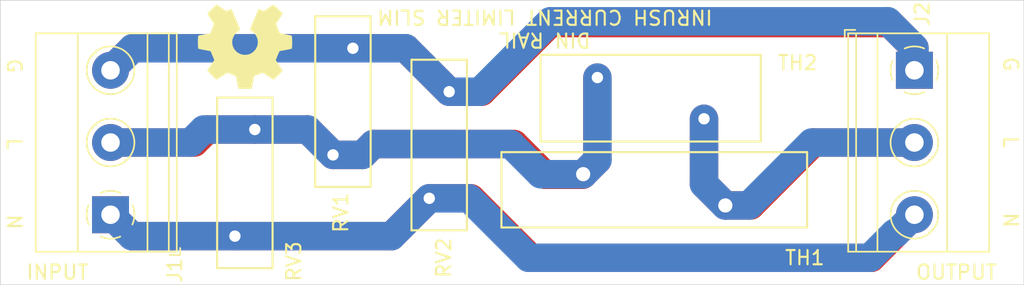
<source format=kicad_pcb>
(kicad_pcb (version 20171130) (host pcbnew 5.1.5+dfsg1-2build2)

  (general
    (thickness 1.6)
    (drawings 9)
    (tracks 71)
    (zones 0)
    (modules 8)
    (nets 5)
  )

  (page A4)
  (title_block
    (title "INRUSH CURRENT LIMITER")
    (company GALOPAGO)
  )

  (layers
    (0 F.Cu signal)
    (31 B.Cu signal)
    (32 B.Adhes user)
    (33 F.Adhes user)
    (34 B.Paste user)
    (35 F.Paste user)
    (36 B.SilkS user)
    (37 F.SilkS user)
    (38 B.Mask user)
    (39 F.Mask user)
    (40 Dwgs.User user)
    (41 Cmts.User user)
    (42 Eco1.User user)
    (43 Eco2.User user)
    (44 Edge.Cuts user)
    (45 Margin user)
    (46 B.CrtYd user)
    (47 F.CrtYd user)
    (48 B.Fab user)
    (49 F.Fab user)
  )

  (setup
    (last_trace_width 2)
    (trace_clearance 0.2)
    (zone_clearance 0.508)
    (zone_45_only no)
    (trace_min 0.2)
    (via_size 0.8)
    (via_drill 0.4)
    (via_min_size 0.4)
    (via_min_drill 0.3)
    (uvia_size 0.3)
    (uvia_drill 0.1)
    (uvias_allowed no)
    (uvia_min_size 0.2)
    (uvia_min_drill 0.1)
    (edge_width 0.05)
    (segment_width 0.2)
    (pcb_text_width 0.3)
    (pcb_text_size 1.5 1.5)
    (mod_edge_width 0.12)
    (mod_text_size 1 1)
    (mod_text_width 0.15)
    (pad_size 1.524 1.524)
    (pad_drill 0.762)
    (pad_to_mask_clearance 0.051)
    (solder_mask_min_width 0.25)
    (aux_axis_origin 0 0)
    (visible_elements FFFFFF7F)
    (pcbplotparams
      (layerselection 0x0103c_ffffffff)
      (usegerberextensions false)
      (usegerberattributes false)
      (usegerberadvancedattributes false)
      (creategerberjobfile false)
      (excludeedgelayer true)
      (linewidth 0.100000)
      (plotframeref false)
      (viasonmask false)
      (mode 1)
      (useauxorigin false)
      (hpglpennumber 1)
      (hpglpenspeed 20)
      (hpglpendiameter 15.000000)
      (psnegative false)
      (psa4output false)
      (plotreference true)
      (plotvalue true)
      (plotinvisibletext false)
      (padsonsilk false)
      (subtractmaskfromsilk false)
      (outputformat 1)
      (mirror false)
      (drillshape 0)
      (scaleselection 1)
      (outputdirectory "gerber/single/"))
  )

  (net 0 "")
  (net 1 "Net-(J1-Pad3)")
  (net 2 "Net-(J1-Pad2)")
  (net 3 "Net-(J1-Pad1)")
  (net 4 "Net-(J2-Pad2)")

  (net_class Default "This is the default net class."
    (clearance 0.2)
    (trace_width 2)
    (via_dia 0.8)
    (via_drill 0.4)
    (uvia_dia 0.3)
    (uvia_drill 0.1)
    (add_net "Net-(J1-Pad1)")
    (add_net "Net-(J1-Pad2)")
    (add_net "Net-(J1-Pad3)")
    (add_net "Net-(J2-Pad2)")
  )

  (module Symbol:OSHW-Symbol_6.7x6mm_SilkScreen (layer F.Cu) (tedit 0) (tstamp 61384B26)
    (at 117.221 103.251 180)
    (descr "Open Source Hardware Symbol")
    (tags "Logo Symbol OSHW")
    (attr virtual)
    (fp_text reference REF** (at 0 0) (layer F.SilkS) hide
      (effects (font (size 1 1) (thickness 0.15)))
    )
    (fp_text value OSHW-Symbol_6.7x6mm_SilkScreen (at 0.75 0) (layer F.Fab) hide
      (effects (font (size 1 1) (thickness 0.15)))
    )
    (fp_poly (pts (xy 0.555814 -2.531069) (xy 0.639635 -2.086445) (xy 0.94892 -1.958947) (xy 1.258206 -1.831449)
      (xy 1.629246 -2.083754) (xy 1.733157 -2.154004) (xy 1.827087 -2.216728) (xy 1.906652 -2.269062)
      (xy 1.96747 -2.308143) (xy 2.005157 -2.331107) (xy 2.015421 -2.336058) (xy 2.03391 -2.323324)
      (xy 2.07342 -2.288118) (xy 2.129522 -2.234938) (xy 2.197787 -2.168282) (xy 2.273786 -2.092646)
      (xy 2.353092 -2.012528) (xy 2.431275 -1.932426) (xy 2.503907 -1.856836) (xy 2.566559 -1.790255)
      (xy 2.614803 -1.737182) (xy 2.64421 -1.702113) (xy 2.651241 -1.690377) (xy 2.641123 -1.66874)
      (xy 2.612759 -1.621338) (xy 2.569129 -1.552807) (xy 2.513218 -1.467785) (xy 2.448006 -1.370907)
      (xy 2.410219 -1.31565) (xy 2.341343 -1.214752) (xy 2.28014 -1.123701) (xy 2.229578 -1.04703)
      (xy 2.192628 -0.989272) (xy 2.172258 -0.954957) (xy 2.169197 -0.947746) (xy 2.176136 -0.927252)
      (xy 2.195051 -0.879487) (xy 2.223087 -0.811168) (xy 2.257391 -0.729011) (xy 2.295109 -0.63973)
      (xy 2.333387 -0.550042) (xy 2.36937 -0.466662) (xy 2.400206 -0.396306) (xy 2.423039 -0.34569)
      (xy 2.435017 -0.321529) (xy 2.435724 -0.320578) (xy 2.454531 -0.315964) (xy 2.504618 -0.305672)
      (xy 2.580793 -0.290713) (xy 2.677865 -0.272099) (xy 2.790643 -0.250841) (xy 2.856442 -0.238582)
      (xy 2.97695 -0.215638) (xy 3.085797 -0.193805) (xy 3.177476 -0.174278) (xy 3.246481 -0.158252)
      (xy 3.287304 -0.146921) (xy 3.295511 -0.143326) (xy 3.303548 -0.118994) (xy 3.310033 -0.064041)
      (xy 3.31497 0.015108) (xy 3.318364 0.112026) (xy 3.320218 0.220287) (xy 3.320538 0.333465)
      (xy 3.319327 0.445135) (xy 3.31659 0.548868) (xy 3.312331 0.638241) (xy 3.306555 0.706826)
      (xy 3.299267 0.748197) (xy 3.294895 0.75681) (xy 3.268764 0.767133) (xy 3.213393 0.781892)
      (xy 3.136107 0.799352) (xy 3.04423 0.81778) (xy 3.012158 0.823741) (xy 2.857524 0.852066)
      (xy 2.735375 0.874876) (xy 2.641673 0.89308) (xy 2.572384 0.907583) (xy 2.523471 0.919292)
      (xy 2.490897 0.929115) (xy 2.470628 0.937956) (xy 2.458626 0.946724) (xy 2.456947 0.948457)
      (xy 2.440184 0.976371) (xy 2.414614 1.030695) (xy 2.382788 1.104777) (xy 2.34726 1.191965)
      (xy 2.310583 1.285608) (xy 2.275311 1.379052) (xy 2.243996 1.465647) (xy 2.219193 1.53874)
      (xy 2.203454 1.591678) (xy 2.199332 1.617811) (xy 2.199676 1.618726) (xy 2.213641 1.640086)
      (xy 2.245322 1.687084) (xy 2.291391 1.754827) (xy 2.348518 1.838423) (xy 2.413373 1.932982)
      (xy 2.431843 1.959854) (xy 2.497699 2.057275) (xy 2.55565 2.146163) (xy 2.602538 2.221412)
      (xy 2.635207 2.27792) (xy 2.6505 2.310581) (xy 2.651241 2.314593) (xy 2.638392 2.335684)
      (xy 2.602888 2.377464) (xy 2.549293 2.435445) (xy 2.482171 2.505135) (xy 2.406087 2.582045)
      (xy 2.325604 2.661683) (xy 2.245287 2.739561) (xy 2.169699 2.811186) (xy 2.103405 2.87207)
      (xy 2.050969 2.917721) (xy 2.016955 2.94365) (xy 2.007545 2.947883) (xy 1.985643 2.937912)
      (xy 1.9408 2.91102) (xy 1.880321 2.871736) (xy 1.833789 2.840117) (xy 1.749475 2.782098)
      (xy 1.649626 2.713784) (xy 1.549473 2.645579) (xy 1.495627 2.609075) (xy 1.313371 2.4858)
      (xy 1.160381 2.56852) (xy 1.090682 2.604759) (xy 1.031414 2.632926) (xy 0.991311 2.648991)
      (xy 0.981103 2.651226) (xy 0.968829 2.634722) (xy 0.944613 2.588082) (xy 0.910263 2.515609)
      (xy 0.867588 2.421606) (xy 0.818394 2.310374) (xy 0.76449 2.186215) (xy 0.707684 2.053432)
      (xy 0.649782 1.916327) (xy 0.592593 1.779202) (xy 0.537924 1.646358) (xy 0.487584 1.522098)
      (xy 0.44338 1.410725) (xy 0.407119 1.316539) (xy 0.380609 1.243844) (xy 0.365658 1.196941)
      (xy 0.363254 1.180833) (xy 0.382311 1.160286) (xy 0.424036 1.126933) (xy 0.479706 1.087702)
      (xy 0.484378 1.084599) (xy 0.628264 0.969423) (xy 0.744283 0.835053) (xy 0.83143 0.685784)
      (xy 0.888699 0.525913) (xy 0.915086 0.359737) (xy 0.909585 0.191552) (xy 0.87119 0.025655)
      (xy 0.798895 -0.133658) (xy 0.777626 -0.168513) (xy 0.666996 -0.309263) (xy 0.536302 -0.422286)
      (xy 0.390064 -0.506997) (xy 0.232808 -0.562806) (xy 0.069057 -0.589126) (xy -0.096667 -0.58537)
      (xy -0.259838 -0.55095) (xy -0.415935 -0.485277) (xy -0.560433 -0.387765) (xy -0.605131 -0.348187)
      (xy -0.718888 -0.224297) (xy -0.801782 -0.093876) (xy -0.858644 0.052315) (xy -0.890313 0.197088)
      (xy -0.898131 0.35986) (xy -0.872062 0.52344) (xy -0.814755 0.682298) (xy -0.728856 0.830906)
      (xy -0.617014 0.963735) (xy -0.481877 1.075256) (xy -0.464117 1.087011) (xy -0.40785 1.125508)
      (xy -0.365077 1.158863) (xy -0.344628 1.18016) (xy -0.344331 1.180833) (xy -0.348721 1.203871)
      (xy -0.366124 1.256157) (xy -0.394732 1.33339) (xy -0.432735 1.431268) (xy -0.478326 1.545491)
      (xy -0.529697 1.671758) (xy -0.585038 1.805767) (xy -0.642542 1.943218) (xy -0.700399 2.079808)
      (xy -0.756802 2.211237) (xy -0.809942 2.333205) (xy -0.85801 2.441409) (xy -0.899199 2.531549)
      (xy -0.931699 2.599323) (xy -0.953703 2.64043) (xy -0.962564 2.651226) (xy -0.98964 2.642819)
      (xy -1.040303 2.620272) (xy -1.105817 2.587613) (xy -1.141841 2.56852) (xy -1.294832 2.4858)
      (xy -1.477088 2.609075) (xy -1.570125 2.672228) (xy -1.671985 2.741727) (xy -1.767438 2.807165)
      (xy -1.81525 2.840117) (xy -1.882495 2.885273) (xy -1.939436 2.921057) (xy -1.978646 2.942938)
      (xy -1.991381 2.947563) (xy -2.009917 2.935085) (xy -2.050941 2.900252) (xy -2.110475 2.846678)
      (xy -2.184542 2.777983) (xy -2.269165 2.697781) (xy -2.322685 2.646286) (xy -2.416319 2.554286)
      (xy -2.497241 2.471999) (xy -2.562177 2.402945) (xy -2.607858 2.350644) (xy -2.631011 2.318616)
      (xy -2.633232 2.312116) (xy -2.622924 2.287394) (xy -2.594439 2.237405) (xy -2.550937 2.167212)
      (xy -2.495577 2.081875) (xy -2.43152 1.986456) (xy -2.413303 1.959854) (xy -2.346927 1.863167)
      (xy -2.287378 1.776117) (xy -2.237984 1.703595) (xy -2.202075 1.650493) (xy -2.182981 1.621703)
      (xy -2.181136 1.618726) (xy -2.183895 1.595782) (xy -2.198538 1.545336) (xy -2.222513 1.474041)
      (xy -2.253266 1.388547) (xy -2.288244 1.295507) (xy -2.324893 1.201574) (xy -2.360661 1.113399)
      (xy -2.392994 1.037634) (xy -2.419338 0.980931) (xy -2.437142 0.949943) (xy -2.438407 0.948457)
      (xy -2.449294 0.939601) (xy -2.467682 0.930843) (xy -2.497606 0.921277) (xy -2.543103 0.909996)
      (xy -2.608209 0.896093) (xy -2.696961 0.878663) (xy -2.813393 0.856798) (xy -2.961542 0.829591)
      (xy -2.993618 0.823741) (xy -3.088686 0.805374) (xy -3.171565 0.787405) (xy -3.23493 0.771569)
      (xy -3.271458 0.7596) (xy -3.276356 0.75681) (xy -3.284427 0.732072) (xy -3.290987 0.67679)
      (xy -3.296033 0.597389) (xy -3.299559 0.500296) (xy -3.301561 0.391938) (xy -3.302036 0.27874)
      (xy -3.300977 0.167128) (xy -3.298382 0.063529) (xy -3.294246 -0.025632) (xy -3.288563 -0.093928)
      (xy -3.281331 -0.134934) (xy -3.276971 -0.143326) (xy -3.252698 -0.151792) (xy -3.197426 -0.165565)
      (xy -3.116662 -0.18345) (xy -3.015912 -0.204252) (xy -2.900683 -0.226777) (xy -2.837902 -0.238582)
      (xy -2.718787 -0.260849) (xy -2.612565 -0.281021) (xy -2.524427 -0.298085) (xy -2.459566 -0.311031)
      (xy -2.423174 -0.318845) (xy -2.417184 -0.320578) (xy -2.407061 -0.34011) (xy -2.385662 -0.387157)
      (xy -2.355839 -0.454997) (xy -2.320445 -0.536909) (xy -2.282332 -0.626172) (xy -2.244353 -0.716065)
      (xy -2.20936 -0.799865) (xy -2.180206 -0.870853) (xy -2.159743 -0.922306) (xy -2.150823 -0.947503)
      (xy -2.150657 -0.948604) (xy -2.160769 -0.968481) (xy -2.189117 -1.014223) (xy -2.232723 -1.081283)
      (xy -2.288606 -1.165116) (xy -2.353787 -1.261174) (xy -2.391679 -1.31635) (xy -2.460725 -1.417519)
      (xy -2.52205 -1.50937) (xy -2.572663 -1.587256) (xy -2.609571 -1.646531) (xy -2.629782 -1.682549)
      (xy -2.632701 -1.690623) (xy -2.620153 -1.709416) (xy -2.585463 -1.749543) (xy -2.533063 -1.806507)
      (xy -2.467384 -1.875815) (xy -2.392856 -1.952969) (xy -2.313913 -2.033475) (xy -2.234983 -2.112837)
      (xy -2.1605 -2.18656) (xy -2.094894 -2.250148) (xy -2.042596 -2.299106) (xy -2.008039 -2.328939)
      (xy -1.996478 -2.336058) (xy -1.977654 -2.326047) (xy -1.932631 -2.297922) (xy -1.865787 -2.254546)
      (xy -1.781499 -2.198782) (xy -1.684144 -2.133494) (xy -1.610707 -2.083754) (xy -1.239667 -1.831449)
      (xy -0.621095 -2.086445) (xy -0.537275 -2.531069) (xy -0.453454 -2.975693) (xy 0.471994 -2.975693)
      (xy 0.555814 -2.531069)) (layer F.SilkS) (width 0.01))
  )

  (module Varistor:RV_Disc_D12mm_W3.9mm_P7.5mm (layer F.Cu) (tedit 5A0F68DF) (tstamp 6115F64C)
    (at 131.572 106.426 270)
    (descr "Varistor, diameter 12mm, width 3.9mm, pitch 7.5mm")
    (tags "varistor SIOV")
    (path /611785BF)
    (fp_text reference RV2 (at 11.684 0.381 90) (layer F.SilkS)
      (effects (font (size 1 1) (thickness 0.15)))
    )
    (fp_text value 10D241K (at 3.75 -2.25 90) (layer F.Fab)
      (effects (font (size 1 1) (thickness 0.15)))
    )
    (fp_line (start -2.25 -1.25) (end -2.25 2.65) (layer F.Fab) (width 0.1))
    (fp_line (start 9.75 -1.25) (end 9.75 2.65) (layer F.Fab) (width 0.1))
    (fp_line (start -2.25 -1.25) (end 9.75 -1.25) (layer F.Fab) (width 0.1))
    (fp_line (start -2.25 2.65) (end 9.75 2.65) (layer F.Fab) (width 0.1))
    (fp_line (start -2.25 -1.25) (end -2.25 2.65) (layer F.SilkS) (width 0.15))
    (fp_line (start 9.75 -1.25) (end 9.75 2.65) (layer F.SilkS) (width 0.15))
    (fp_line (start -2.25 -1.25) (end 9.75 -1.25) (layer F.SilkS) (width 0.15))
    (fp_line (start -2.25 2.65) (end 9.75 2.65) (layer F.SilkS) (width 0.15))
    (fp_line (start -2.5 -1.5) (end -2.5 2.9) (layer F.CrtYd) (width 0.05))
    (fp_line (start 10 -1.5) (end 10 2.9) (layer F.CrtYd) (width 0.05))
    (fp_line (start -2.5 -1.5) (end 10 -1.5) (layer F.CrtYd) (width 0.05))
    (fp_line (start -2.5 2.9) (end 10 2.9) (layer F.CrtYd) (width 0.05))
    (fp_text user %R (at 3.75 0.7 90) (layer F.Fab)
      (effects (font (size 1 1) (thickness 0.15)))
    )
    (pad 2 thru_hole circle (at 7.5 1.4 270) (size 1.8 1.8) (drill 0.8) (layers *.Cu *.Mask)
      (net 3 "Net-(J1-Pad1)"))
    (pad 1 thru_hole circle (at 0 0 270) (size 1.8 1.8) (drill 0.8) (layers *.Cu *.Mask)
      (net 1 "Net-(J1-Pad3)"))
    (model ${KISYS3DMOD}/Varistor.3dshapes/RV_Disc_D12mm_W3.9mm_P7.5mm.wrl
      (at (xyz 0 0 0))
      (scale (xyz 1 1 1))
      (rotate (xyz 0 0 0))
    )
  )

  (module Varistor:RV_Disc_D12mm_W3.9mm_P7.5mm (layer F.Cu) (tedit 5A0F68DF) (tstamp 6115F267)
    (at 123.4 110.871 90)
    (descr "Varistor, diameter 12mm, width 3.9mm, pitch 7.5mm")
    (tags "varistor SIOV")
    (path /61175481)
    (fp_text reference RV1 (at -4.064 0.552 90) (layer F.SilkS)
      (effects (font (size 1 1) (thickness 0.15)))
    )
    (fp_text value 10D241K (at 3.75 -2.25 90) (layer F.Fab)
      (effects (font (size 1 1) (thickness 0.15)))
    )
    (fp_line (start -2.25 -1.25) (end -2.25 2.65) (layer F.Fab) (width 0.1))
    (fp_line (start 9.75 -1.25) (end 9.75 2.65) (layer F.Fab) (width 0.1))
    (fp_line (start -2.25 -1.25) (end 9.75 -1.25) (layer F.Fab) (width 0.1))
    (fp_line (start -2.25 2.65) (end 9.75 2.65) (layer F.Fab) (width 0.1))
    (fp_line (start -2.25 -1.25) (end -2.25 2.65) (layer F.SilkS) (width 0.15))
    (fp_line (start 9.75 -1.25) (end 9.75 2.65) (layer F.SilkS) (width 0.15))
    (fp_line (start -2.25 -1.25) (end 9.75 -1.25) (layer F.SilkS) (width 0.15))
    (fp_line (start -2.25 2.65) (end 9.75 2.65) (layer F.SilkS) (width 0.15))
    (fp_line (start -2.5 -1.5) (end -2.5 2.9) (layer F.CrtYd) (width 0.05))
    (fp_line (start 10 -1.5) (end 10 2.9) (layer F.CrtYd) (width 0.05))
    (fp_line (start -2.5 -1.5) (end 10 -1.5) (layer F.CrtYd) (width 0.05))
    (fp_line (start -2.5 2.9) (end 10 2.9) (layer F.CrtYd) (width 0.05))
    (fp_text user %R (at 3.75 0.7 90) (layer F.Fab)
      (effects (font (size 1 1) (thickness 0.15)))
    )
    (pad 2 thru_hole circle (at 7.5 1.4 90) (size 1.8 1.8) (drill 0.8) (layers *.Cu *.Mask)
      (net 1 "Net-(J1-Pad3)"))
    (pad 1 thru_hole circle (at 0 0 90) (size 1.8 1.8) (drill 0.8) (layers *.Cu *.Mask)
      (net 2 "Net-(J1-Pad2)"))
    (model ${KISYS3DMOD}/Varistor.3dshapes/RV_Disc_D12mm_W3.9mm_P7.5mm.wrl
      (at (xyz 0 0 0))
      (scale (xyz 1 1 1))
      (rotate (xyz 0 0 0))
    )
  )

  (module Varistor:RV_Disc_D12mm_W3.9mm_P7.5mm (layer F.Cu) (tedit 5A0F68DF) (tstamp 6115EC6A)
    (at 116.5 116.586 90)
    (descr "Varistor, diameter 12mm, width 3.9mm, pitch 7.5mm")
    (tags "varistor SIOV")
    (path /61160E43)
    (fp_text reference RV3 (at -1.778 4.15 90) (layer F.SilkS)
      (effects (font (size 1 1) (thickness 0.15)))
    )
    (fp_text value 10D241K (at 3.75 -2.25 90) (layer F.Fab)
      (effects (font (size 1 1) (thickness 0.15)))
    )
    (fp_line (start -2.25 -1.25) (end -2.25 2.65) (layer F.Fab) (width 0.1))
    (fp_line (start 9.75 -1.25) (end 9.75 2.65) (layer F.Fab) (width 0.1))
    (fp_line (start -2.25 -1.25) (end 9.75 -1.25) (layer F.Fab) (width 0.1))
    (fp_line (start -2.25 2.65) (end 9.75 2.65) (layer F.Fab) (width 0.1))
    (fp_line (start -2.25 -1.25) (end -2.25 2.65) (layer F.SilkS) (width 0.15))
    (fp_line (start 9.75 -1.25) (end 9.75 2.65) (layer F.SilkS) (width 0.15))
    (fp_line (start -2.25 -1.25) (end 9.75 -1.25) (layer F.SilkS) (width 0.15))
    (fp_line (start -2.25 2.65) (end 9.75 2.65) (layer F.SilkS) (width 0.15))
    (fp_line (start -2.5 -1.5) (end -2.5 2.9) (layer F.CrtYd) (width 0.05))
    (fp_line (start 10 -1.5) (end 10 2.9) (layer F.CrtYd) (width 0.05))
    (fp_line (start -2.5 -1.5) (end 10 -1.5) (layer F.CrtYd) (width 0.05))
    (fp_line (start -2.5 2.9) (end 10 2.9) (layer F.CrtYd) (width 0.05))
    (fp_text user %R (at 3.75 0.7 90) (layer F.Fab)
      (effects (font (size 1 1) (thickness 0.15)))
    )
    (pad 2 thru_hole circle (at 7.5 1.4 90) (size 1.8 1.8) (drill 0.8) (layers *.Cu *.Mask)
      (net 2 "Net-(J1-Pad2)"))
    (pad 1 thru_hole circle (at 0 0 90) (size 1.8 1.8) (drill 0.8) (layers *.Cu *.Mask)
      (net 3 "Net-(J1-Pad1)"))
    (model ${KISYS3DMOD}/Varistor.3dshapes/RV_Disc_D12mm_W3.9mm_P7.5mm.wrl
      (at (xyz 0 0 0))
      (scale (xyz 1 1 1))
      (rotate (xyz 0 0 0))
    )
  )

  (module Varistor:RV_Disc_D15.5mm_W6.1mm_P7.5mm (layer F.Cu) (tedit 5A0F68DF) (tstamp 6115EA43)
    (at 149.5 108.331 180)
    (descr "Varistor, diameter 15.5mm, width 6.1mm, pitch 7.5mm")
    (tags "varistor SIOV")
    (path /61167103)
    (fp_text reference TH2 (at -6.583 3.937) (layer F.SilkS)
      (effects (font (size 1 1) (thickness 0.15)))
    )
    (fp_text value "NTC 15D-15" (at 3.75 -2.6) (layer F.Fab)
      (effects (font (size 1 1) (thickness 0.15)))
    )
    (fp_line (start -4 -1.6) (end -4 4.5) (layer F.Fab) (width 0.1))
    (fp_line (start 11.5 -1.6) (end 11.5 4.5) (layer F.Fab) (width 0.1))
    (fp_line (start -4 -1.6) (end 11.5 -1.6) (layer F.Fab) (width 0.1))
    (fp_line (start -4 4.5) (end 11.5 4.5) (layer F.Fab) (width 0.1))
    (fp_line (start -4 -1.6) (end -4 4.5) (layer F.SilkS) (width 0.15))
    (fp_line (start 11.5 -1.6) (end 11.5 4.5) (layer F.SilkS) (width 0.15))
    (fp_line (start -4 -1.6) (end 11.5 -1.6) (layer F.SilkS) (width 0.15))
    (fp_line (start -4 4.5) (end 11.5 4.5) (layer F.SilkS) (width 0.15))
    (fp_line (start -4.25 -1.85) (end -4.25 4.75) (layer F.CrtYd) (width 0.05))
    (fp_line (start 11.75 -1.85) (end 11.75 4.75) (layer F.CrtYd) (width 0.05))
    (fp_line (start -4.25 -1.85) (end 11.75 -1.85) (layer F.CrtYd) (width 0.05))
    (fp_line (start -4.25 4.75) (end 11.75 4.75) (layer F.CrtYd) (width 0.05))
    (fp_text user %R (at 3.75 1.45) (layer F.Fab)
      (effects (font (size 1 1) (thickness 0.15)))
    )
    (pad 2 thru_hole circle (at 7.5 2.9 180) (size 1.8 1.8) (drill 0.8) (layers *.Cu *.Mask)
      (net 2 "Net-(J1-Pad2)"))
    (pad 1 thru_hole circle (at 0 0 180) (size 1.8 1.8) (drill 0.8) (layers *.Cu *.Mask)
      (net 4 "Net-(J2-Pad2)"))
    (model ${KISYS3DMOD}/Varistor.3dshapes/RV_Disc_D15.5mm_W6.1mm_P7.5mm.wrl
      (at (xyz 0 0 0))
      (scale (xyz 1 1 1))
      (rotate (xyz 0 0 0))
    )
  )

  (module Varistor:RV_Disc_D21.5mm_W5.3mm_P10mm (layer F.Cu) (tedit 5A0F68DF) (tstamp 6115E7DA)
    (at 151 114.427 180)
    (descr "Varistor, diameter 21.5mm, width 5.3mm, pitch 10mm")
    (tags "varistor SIOV")
    (path /61162B80)
    (fp_text reference TH1 (at -5.591 -3.683) (layer F.SilkS)
      (effects (font (size 1 1) (thickness 0.15)))
    )
    (fp_text value "NTC 20D-20" (at 5 -2.55) (layer F.Fab)
      (effects (font (size 1 1) (thickness 0.15)))
    )
    (fp_line (start -5.75 -1.55) (end -5.75 3.75) (layer F.Fab) (width 0.1))
    (fp_line (start 15.75 -1.55) (end 15.75 3.75) (layer F.Fab) (width 0.1))
    (fp_line (start -5.75 -1.55) (end 15.75 -1.55) (layer F.Fab) (width 0.1))
    (fp_line (start -5.75 3.75) (end 15.75 3.75) (layer F.Fab) (width 0.1))
    (fp_line (start -5.75 -1.55) (end -5.75 3.75) (layer F.SilkS) (width 0.15))
    (fp_line (start 15.75 -1.55) (end 15.75 3.75) (layer F.SilkS) (width 0.15))
    (fp_line (start -5.75 -1.55) (end 15.75 -1.55) (layer F.SilkS) (width 0.15))
    (fp_line (start -5.75 3.75) (end 15.75 3.75) (layer F.SilkS) (width 0.15))
    (fp_line (start -6 -1.8) (end -6 4) (layer F.CrtYd) (width 0.05))
    (fp_line (start 16 -1.8) (end 16 4) (layer F.CrtYd) (width 0.05))
    (fp_line (start -6 -1.8) (end 16 -1.8) (layer F.CrtYd) (width 0.05))
    (fp_line (start -6 4) (end 16 4) (layer F.CrtYd) (width 0.05))
    (fp_text user %R (at 5 1.1) (layer F.Fab)
      (effects (font (size 1 1) (thickness 0.15)))
    )
    (pad 2 thru_hole circle (at 10 2.2 180) (size 2 2) (drill 1) (layers *.Cu *.Mask)
      (net 2 "Net-(J1-Pad2)"))
    (pad 1 thru_hole circle (at 0 0 180) (size 2 2) (drill 1) (layers *.Cu *.Mask)
      (net 4 "Net-(J2-Pad2)"))
    (model ${KISYS3DMOD}/Varistor.3dshapes/RV_Disc_D21.5mm_W5.3mm_P10mm.wrl
      (at (xyz 0 0 0))
      (scale (xyz 1 1 1))
      (rotate (xyz 0 0 0))
    )
  )

  (module TerminalBlock_Phoenix:TerminalBlock_Phoenix_MKDS-1,5-3-5.08_1x03_P5.08mm_Horizontal (layer F.Cu) (tedit 5B294EBC) (tstamp 6115CC34)
    (at 164.3 104.92 270)
    (descr "Terminal Block Phoenix MKDS-1,5-3-5.08, 3 pins, pitch 5.08mm, size 15.2x9.8mm^2, drill diamater 1.3mm, pad diameter 2.6mm, see http://www.farnell.com/datasheets/100425.pdf, script-generated using https://github.com/pointhi/kicad-footprint-generator/scripts/TerminalBlock_Phoenix")
    (tags "THT Terminal Block Phoenix MKDS-1,5-3-5.08 pitch 5.08mm size 15.2x9.8mm^2 drill 1.3mm pad 2.6mm")
    (path /61157B27)
    (fp_text reference J2 (at -3.955 -0.546 90) (layer F.SilkS)
      (effects (font (size 1 1) (thickness 0.15)))
    )
    (fp_text value OUT (at 5.08 5.66 90) (layer F.Fab)
      (effects (font (size 1 1) (thickness 0.15)))
    )
    (fp_text user %R (at 5.08 3.2 90) (layer F.Fab)
      (effects (font (size 1 1) (thickness 0.15)))
    )
    (fp_line (start 13.21 -5.71) (end -3.04 -5.71) (layer F.CrtYd) (width 0.05))
    (fp_line (start 13.21 5.1) (end 13.21 -5.71) (layer F.CrtYd) (width 0.05))
    (fp_line (start -3.04 5.1) (end 13.21 5.1) (layer F.CrtYd) (width 0.05))
    (fp_line (start -3.04 -5.71) (end -3.04 5.1) (layer F.CrtYd) (width 0.05))
    (fp_line (start -2.84 4.9) (end -2.34 4.9) (layer F.SilkS) (width 0.12))
    (fp_line (start -2.84 4.16) (end -2.84 4.9) (layer F.SilkS) (width 0.12))
    (fp_line (start 8.933 1.023) (end 8.886 1.069) (layer F.SilkS) (width 0.12))
    (fp_line (start 11.23 -1.275) (end 11.195 -1.239) (layer F.SilkS) (width 0.12))
    (fp_line (start 9.126 1.239) (end 9.091 1.274) (layer F.SilkS) (width 0.12))
    (fp_line (start 11.435 -1.069) (end 11.388 -1.023) (layer F.SilkS) (width 0.12))
    (fp_line (start 11.115 -1.138) (end 9.023 0.955) (layer F.Fab) (width 0.1))
    (fp_line (start 11.298 -0.955) (end 9.206 1.138) (layer F.Fab) (width 0.1))
    (fp_line (start 3.853 1.023) (end 3.806 1.069) (layer F.SilkS) (width 0.12))
    (fp_line (start 6.15 -1.275) (end 6.115 -1.239) (layer F.SilkS) (width 0.12))
    (fp_line (start 4.046 1.239) (end 4.011 1.274) (layer F.SilkS) (width 0.12))
    (fp_line (start 6.355 -1.069) (end 6.308 -1.023) (layer F.SilkS) (width 0.12))
    (fp_line (start 6.035 -1.138) (end 3.943 0.955) (layer F.Fab) (width 0.1))
    (fp_line (start 6.218 -0.955) (end 4.126 1.138) (layer F.Fab) (width 0.1))
    (fp_line (start 0.955 -1.138) (end -1.138 0.955) (layer F.Fab) (width 0.1))
    (fp_line (start 1.138 -0.955) (end -0.955 1.138) (layer F.Fab) (width 0.1))
    (fp_line (start 12.76 -5.261) (end 12.76 4.66) (layer F.SilkS) (width 0.12))
    (fp_line (start -2.6 -5.261) (end -2.6 4.66) (layer F.SilkS) (width 0.12))
    (fp_line (start -2.6 4.66) (end 12.76 4.66) (layer F.SilkS) (width 0.12))
    (fp_line (start -2.6 -5.261) (end 12.76 -5.261) (layer F.SilkS) (width 0.12))
    (fp_line (start -2.6 -2.301) (end 12.76 -2.301) (layer F.SilkS) (width 0.12))
    (fp_line (start -2.54 -2.3) (end 12.7 -2.3) (layer F.Fab) (width 0.1))
    (fp_line (start -2.6 2.6) (end 12.76 2.6) (layer F.SilkS) (width 0.12))
    (fp_line (start -2.54 2.6) (end 12.7 2.6) (layer F.Fab) (width 0.1))
    (fp_line (start -2.6 4.1) (end 12.76 4.1) (layer F.SilkS) (width 0.12))
    (fp_line (start -2.54 4.1) (end 12.7 4.1) (layer F.Fab) (width 0.1))
    (fp_line (start -2.54 4.1) (end -2.54 -5.2) (layer F.Fab) (width 0.1))
    (fp_line (start -2.04 4.6) (end -2.54 4.1) (layer F.Fab) (width 0.1))
    (fp_line (start 12.7 4.6) (end -2.04 4.6) (layer F.Fab) (width 0.1))
    (fp_line (start 12.7 -5.2) (end 12.7 4.6) (layer F.Fab) (width 0.1))
    (fp_line (start -2.54 -5.2) (end 12.7 -5.2) (layer F.Fab) (width 0.1))
    (fp_circle (center 10.16 0) (end 11.84 0) (layer F.SilkS) (width 0.12))
    (fp_circle (center 10.16 0) (end 11.66 0) (layer F.Fab) (width 0.1))
    (fp_circle (center 5.08 0) (end 6.76 0) (layer F.SilkS) (width 0.12))
    (fp_circle (center 5.08 0) (end 6.58 0) (layer F.Fab) (width 0.1))
    (fp_circle (center 0 0) (end 1.5 0) (layer F.Fab) (width 0.1))
    (fp_arc (start 0 0) (end -0.684 1.535) (angle -25) (layer F.SilkS) (width 0.12))
    (fp_arc (start 0 0) (end -1.535 -0.684) (angle -48) (layer F.SilkS) (width 0.12))
    (fp_arc (start 0 0) (end 0.684 -1.535) (angle -48) (layer F.SilkS) (width 0.12))
    (fp_arc (start 0 0) (end 1.535 0.684) (angle -48) (layer F.SilkS) (width 0.12))
    (fp_arc (start 0 0) (end 0 1.68) (angle -24) (layer F.SilkS) (width 0.12))
    (pad 3 thru_hole circle (at 10.16 0 270) (size 2.6 2.6) (drill 1.3) (layers *.Cu *.Mask)
      (net 3 "Net-(J1-Pad1)"))
    (pad 2 thru_hole circle (at 5.08 0 270) (size 2.6 2.6) (drill 1.3) (layers *.Cu *.Mask)
      (net 4 "Net-(J2-Pad2)"))
    (pad 1 thru_hole rect (at 0 0 270) (size 2.6 2.6) (drill 1.3) (layers *.Cu *.Mask)
      (net 1 "Net-(J1-Pad3)"))
    (model ${KISYS3DMOD}/TerminalBlock_Phoenix.3dshapes/TerminalBlock_Phoenix_MKDS-1,5-3-5.08_1x03_P5.08mm_Horizontal.wrl
      (at (xyz 0 0 0))
      (scale (xyz 1 1 1))
      (rotate (xyz 0 0 0))
    )
  )

  (module TerminalBlock_Phoenix:TerminalBlock_Phoenix_MKDS-1,5-3-5.08_1x03_P5.08mm_Horizontal (layer F.Cu) (tedit 5B294EBC) (tstamp 6115CBFF)
    (at 107.75 115.08 90)
    (descr "Terminal Block Phoenix MKDS-1,5-3-5.08, 3 pins, pitch 5.08mm, size 15.2x9.8mm^2, drill diamater 1.3mm, pad diameter 2.6mm, see http://www.farnell.com/datasheets/100425.pdf, script-generated using https://github.com/pointhi/kicad-footprint-generator/scripts/TerminalBlock_Phoenix")
    (tags "THT Terminal Block Phoenix MKDS-1,5-3-5.08 pitch 5.08mm size 15.2x9.8mm^2 drill 1.3mm pad 2.6mm")
    (path /61157724)
    (fp_text reference J1 (at -3.919 4.518 90) (layer F.SilkS)
      (effects (font (size 1 1) (thickness 0.15)))
    )
    (fp_text value IN (at 5.08 5.66 90) (layer F.Fab)
      (effects (font (size 1 1) (thickness 0.15)))
    )
    (fp_text user %R (at 5.08 3.2 90) (layer F.Fab)
      (effects (font (size 1 1) (thickness 0.15)))
    )
    (fp_line (start 13.21 -5.71) (end -3.04 -5.71) (layer F.CrtYd) (width 0.05))
    (fp_line (start 13.21 5.1) (end 13.21 -5.71) (layer F.CrtYd) (width 0.05))
    (fp_line (start -3.04 5.1) (end 13.21 5.1) (layer F.CrtYd) (width 0.05))
    (fp_line (start -3.04 -5.71) (end -3.04 5.1) (layer F.CrtYd) (width 0.05))
    (fp_line (start -2.84 4.9) (end -2.34 4.9) (layer F.SilkS) (width 0.12))
    (fp_line (start -2.84 4.16) (end -2.84 4.9) (layer F.SilkS) (width 0.12))
    (fp_line (start 8.933 1.023) (end 8.886 1.069) (layer F.SilkS) (width 0.12))
    (fp_line (start 11.23 -1.275) (end 11.195 -1.239) (layer F.SilkS) (width 0.12))
    (fp_line (start 9.126 1.239) (end 9.091 1.274) (layer F.SilkS) (width 0.12))
    (fp_line (start 11.435 -1.069) (end 11.388 -1.023) (layer F.SilkS) (width 0.12))
    (fp_line (start 11.115 -1.138) (end 9.023 0.955) (layer F.Fab) (width 0.1))
    (fp_line (start 11.298 -0.955) (end 9.206 1.138) (layer F.Fab) (width 0.1))
    (fp_line (start 3.853 1.023) (end 3.806 1.069) (layer F.SilkS) (width 0.12))
    (fp_line (start 6.15 -1.275) (end 6.115 -1.239) (layer F.SilkS) (width 0.12))
    (fp_line (start 4.046 1.239) (end 4.011 1.274) (layer F.SilkS) (width 0.12))
    (fp_line (start 6.355 -1.069) (end 6.308 -1.023) (layer F.SilkS) (width 0.12))
    (fp_line (start 6.035 -1.138) (end 3.943 0.955) (layer F.Fab) (width 0.1))
    (fp_line (start 6.218 -0.955) (end 4.126 1.138) (layer F.Fab) (width 0.1))
    (fp_line (start 0.955 -1.138) (end -1.138 0.955) (layer F.Fab) (width 0.1))
    (fp_line (start 1.138 -0.955) (end -0.955 1.138) (layer F.Fab) (width 0.1))
    (fp_line (start 12.76 -5.261) (end 12.76 4.66) (layer F.SilkS) (width 0.12))
    (fp_line (start -2.6 -5.261) (end -2.6 4.66) (layer F.SilkS) (width 0.12))
    (fp_line (start -2.6 4.66) (end 12.76 4.66) (layer F.SilkS) (width 0.12))
    (fp_line (start -2.6 -5.261) (end 12.76 -5.261) (layer F.SilkS) (width 0.12))
    (fp_line (start -2.6 -2.301) (end 12.76 -2.301) (layer F.SilkS) (width 0.12))
    (fp_line (start -2.54 -2.3) (end 12.7 -2.3) (layer F.Fab) (width 0.1))
    (fp_line (start -2.6 2.6) (end 12.76 2.6) (layer F.SilkS) (width 0.12))
    (fp_line (start -2.54 2.6) (end 12.7 2.6) (layer F.Fab) (width 0.1))
    (fp_line (start -2.6 4.1) (end 12.76 4.1) (layer F.SilkS) (width 0.12))
    (fp_line (start -2.54 4.1) (end 12.7 4.1) (layer F.Fab) (width 0.1))
    (fp_line (start -2.54 4.1) (end -2.54 -5.2) (layer F.Fab) (width 0.1))
    (fp_line (start -2.04 4.6) (end -2.54 4.1) (layer F.Fab) (width 0.1))
    (fp_line (start 12.7 4.6) (end -2.04 4.6) (layer F.Fab) (width 0.1))
    (fp_line (start 12.7 -5.2) (end 12.7 4.6) (layer F.Fab) (width 0.1))
    (fp_line (start -2.54 -5.2) (end 12.7 -5.2) (layer F.Fab) (width 0.1))
    (fp_circle (center 10.16 0) (end 11.84 0) (layer F.SilkS) (width 0.12))
    (fp_circle (center 10.16 0) (end 11.66 0) (layer F.Fab) (width 0.1))
    (fp_circle (center 5.08 0) (end 6.76 0) (layer F.SilkS) (width 0.12))
    (fp_circle (center 5.08 0) (end 6.58 0) (layer F.Fab) (width 0.1))
    (fp_circle (center 0 0) (end 1.5 0) (layer F.Fab) (width 0.1))
    (fp_arc (start 0 0) (end -0.684 1.535) (angle -25) (layer F.SilkS) (width 0.12))
    (fp_arc (start 0 0) (end -1.535 -0.684) (angle -48) (layer F.SilkS) (width 0.12))
    (fp_arc (start 0 0) (end 0.684 -1.535) (angle -48) (layer F.SilkS) (width 0.12))
    (fp_arc (start 0 0) (end 1.535 0.684) (angle -48) (layer F.SilkS) (width 0.12))
    (fp_arc (start 0 0) (end 0 1.68) (angle -24) (layer F.SilkS) (width 0.12))
    (pad 3 thru_hole circle (at 10.16 0 90) (size 2.6 2.6) (drill 1.3) (layers *.Cu *.Mask)
      (net 1 "Net-(J1-Pad3)"))
    (pad 2 thru_hole circle (at 5.08 0 90) (size 2.6 2.6) (drill 1.3) (layers *.Cu *.Mask)
      (net 2 "Net-(J1-Pad2)"))
    (pad 1 thru_hole rect (at 0 0 90) (size 2.6 2.6) (drill 1.3) (layers *.Cu *.Mask)
      (net 3 "Net-(J1-Pad1)"))
    (model ${KISYS3DMOD}/TerminalBlock_Phoenix.3dshapes/TerminalBlock_Phoenix_MKDS-1,5-3-5.08_1x03_P5.08mm_Horizontal.wrl
      (at (xyz 0 0 0))
      (scale (xyz 1 1 1))
      (rotate (xyz 0 0 0))
    )
  )

  (gr_text "DIN RAIL\nINRUSH CURRENT LIMITER SLIM" (at 138.303 101.981 -180) (layer F.SilkS)
    (effects (font (size 1 1) (thickness 0.15)))
  )
  (gr_text OUTPUT (at 167.259 119.126) (layer F.SilkS)
    (effects (font (size 1 1) (thickness 0.15)))
  )
  (gr_text INPUT (at 104.013 119.126) (layer F.SilkS)
    (effects (font (size 1 1) (thickness 0.15)))
  )
  (gr_text "G      L      N" (at 171.069 109.982 -90) (layer F.SilkS) (tstamp 6115FD8C)
    (effects (font (size 1 1) (thickness 0.15)))
  )
  (gr_text "G      L      N" (at 100.965 110.109 -90) (layer F.SilkS)
    (effects (font (size 1 1) (thickness 0.15)))
  )
  (gr_line (start 172 100) (end 172 120) (layer Edge.Cuts) (width 0.05))
  (gr_line (start 100 100) (end 100 120) (layer Edge.Cuts) (width 0.05))
  (gr_line (start 100 120) (end 172 120) (layer Edge.Cuts) (width 0.05))
  (gr_line (start 100 100) (end 172 100) (layer Edge.Cuts) (width 0.05))

  (segment (start 109.299 103.371) (end 107.75 104.92) (width 2) (layer F.Cu) (net 1))
  (segment (start 124.8 103.371) (end 109.299 103.371) (width 2) (layer F.Cu) (net 1))
  (segment (start 128.517 103.371) (end 124.8 103.371) (width 2) (layer F.Cu) (net 1))
  (segment (start 131.572 106.426) (end 128.517 103.371) (width 2) (layer F.Cu) (net 1))
  (segment (start 133.858 106.426) (end 131.572 106.426) (width 2) (layer F.Cu) (net 1))
  (segment (start 138.684 101.6) (end 133.858 106.426) (width 2) (layer F.Cu) (net 1))
  (segment (start 162.56 101.6) (end 138.684 101.6) (width 2) (layer F.Cu) (net 1))
  (segment (start 164.3 103.34) (end 162.56 101.6) (width 2) (layer F.Cu) (net 1))
  (segment (start 164.3 104.92) (end 164.3 103.34) (width 2) (layer F.Cu) (net 1))
  (segment (start 109.299 103.371) (end 107.75 104.92) (width 2) (layer B.Cu) (net 1))
  (segment (start 124.8 103.371) (end 109.299 103.371) (width 2) (layer B.Cu) (net 1))
  (segment (start 128.517 103.371) (end 131.572 106.426) (width 2) (layer B.Cu) (net 1))
  (segment (start 124.8 103.371) (end 128.517 103.371) (width 2) (layer B.Cu) (net 1))
  (segment (start 164.3 104.92) (end 164.3 103.34) (width 2) (layer B.Cu) (net 1))
  (segment (start 164.3 103.34) (end 162.433 101.473) (width 2) (layer B.Cu) (net 1))
  (segment (start 162.433 101.473) (end 138.684 101.473) (width 2) (layer B.Cu) (net 1))
  (segment (start 133.731 106.426) (end 131.572 106.426) (width 2) (layer B.Cu) (net 1))
  (segment (start 138.684 101.473) (end 133.731 106.426) (width 2) (layer B.Cu) (net 1))
  (segment (start 117.9 109.086) (end 114.561 109.086) (width 2) (layer F.Cu) (net 2))
  (segment (start 113.647 110) (end 107.75 110) (width 2) (layer F.Cu) (net 2))
  (segment (start 114.561 109.086) (end 113.647 110) (width 2) (layer F.Cu) (net 2))
  (segment (start 121.615 109.086) (end 123.4 110.871) (width 2) (layer F.Cu) (net 2))
  (segment (start 117.9 109.086) (end 121.615 109.086) (width 2) (layer F.Cu) (net 2))
  (segment (start 142 111.227) (end 141 112.227) (width 2) (layer F.Cu) (net 2))
  (segment (start 142 105.431) (end 142 111.227) (width 2) (layer F.Cu) (net 2))
  (segment (start 140.959 112.268) (end 141 112.227) (width 2) (layer F.Cu) (net 2))
  (segment (start 136.144 110.109) (end 138.303 112.268) (width 2) (layer F.Cu) (net 2))
  (segment (start 126.238 110.109) (end 136.144 110.109) (width 2) (layer F.Cu) (net 2))
  (segment (start 138.303 112.268) (end 140.959 112.268) (width 2) (layer F.Cu) (net 2))
  (segment (start 125.476 110.871) (end 126.238 110.109) (width 2) (layer F.Cu) (net 2))
  (segment (start 123.4 110.871) (end 125.476 110.871) (width 2) (layer F.Cu) (net 2))
  (segment (start 107.75 110) (end 113.393 110) (width 2) (layer B.Cu) (net 2))
  (segment (start 114.307 109.086) (end 117.9 109.086) (width 2) (layer B.Cu) (net 2))
  (segment (start 113.393 110) (end 114.307 109.086) (width 2) (layer B.Cu) (net 2))
  (segment (start 121.615 109.086) (end 123.4 110.871) (width 2) (layer B.Cu) (net 2))
  (segment (start 117.9 109.086) (end 121.615 109.086) (width 2) (layer B.Cu) (net 2))
  (segment (start 123.4 110.871) (end 125.476 110.871) (width 2) (layer B.Cu) (net 2))
  (segment (start 125.476 110.871) (end 126.238 110.109) (width 2) (layer B.Cu) (net 2))
  (segment (start 126.238 110.109) (end 135.89 110.109) (width 2) (layer B.Cu) (net 2))
  (segment (start 138.008 112.227) (end 141 112.227) (width 2) (layer B.Cu) (net 2))
  (segment (start 135.89 110.109) (end 138.008 112.227) (width 2) (layer B.Cu) (net 2))
  (segment (start 142 111.227) (end 141 112.227) (width 2) (layer B.Cu) (net 2))
  (segment (start 142 105.431) (end 142 111.227) (width 2) (layer B.Cu) (net 2))
  (segment (start 109.256 116.586) (end 107.75 115.08) (width 2) (layer F.Cu) (net 3))
  (segment (start 116.5 116.586) (end 109.256 116.586) (width 2) (layer F.Cu) (net 3))
  (segment (start 127.512 116.586) (end 130.172 113.926) (width 2) (layer F.Cu) (net 3))
  (segment (start 116.5 116.586) (end 127.512 116.586) (width 2) (layer F.Cu) (net 3))
  (segment (start 133.103 113.926) (end 130.172 113.926) (width 2) (layer F.Cu) (net 3))
  (segment (start 137.287 118.11) (end 133.103 113.926) (width 2) (layer F.Cu) (net 3))
  (segment (start 161.27 118.11) (end 137.287 118.11) (width 2) (layer F.Cu) (net 3))
  (segment (start 164.3 115.08) (end 161.27 118.11) (width 2) (layer F.Cu) (net 3))
  (segment (start 109.256 116.586) (end 107.75 115.08) (width 2) (layer B.Cu) (net 3))
  (segment (start 116.5 116.586) (end 109.256 116.586) (width 2) (layer B.Cu) (net 3))
  (segment (start 127.512 116.586) (end 130.172 113.926) (width 2) (layer B.Cu) (net 3))
  (segment (start 116.5 116.586) (end 127.512 116.586) (width 2) (layer B.Cu) (net 3))
  (segment (start 163.000001 116.379999) (end 162.893001 116.379999) (width 2) (layer B.Cu) (net 3))
  (segment (start 164.3 115.08) (end 163.000001 116.379999) (width 2) (layer B.Cu) (net 3))
  (segment (start 162.893001 116.379999) (end 161.163 118.11) (width 2) (layer B.Cu) (net 3))
  (segment (start 161.163 118.11) (end 137.16 118.11) (width 2) (layer B.Cu) (net 3))
  (segment (start 132.976 113.926) (end 130.172 113.926) (width 2) (layer B.Cu) (net 3))
  (segment (start 137.16 118.11) (end 132.976 113.926) (width 2) (layer B.Cu) (net 3))
  (segment (start 149.5 112.927) (end 151 114.427) (width 2) (layer F.Cu) (net 4))
  (segment (start 149.5 108.331) (end 149.5 112.927) (width 2) (layer F.Cu) (net 4))
  (segment (start 164.3 110) (end 157.208 110) (width 2) (layer F.Cu) (net 4))
  (segment (start 152.781 114.427) (end 151 114.427) (width 2) (layer F.Cu) (net 4))
  (segment (start 157.208 110) (end 152.781 114.427) (width 2) (layer F.Cu) (net 4))
  (segment (start 149.5 112.927) (end 151 114.427) (width 2) (layer B.Cu) (net 4))
  (segment (start 149.5 108.331) (end 149.5 112.927) (width 2) (layer B.Cu) (net 4))
  (segment (start 164.3 110) (end 157.081 110) (width 2) (layer B.Cu) (net 4))
  (segment (start 152.654 114.427) (end 151 114.427) (width 2) (layer B.Cu) (net 4))
  (segment (start 157.081 110) (end 152.654 114.427) (width 2) (layer B.Cu) (net 4))

)

</source>
